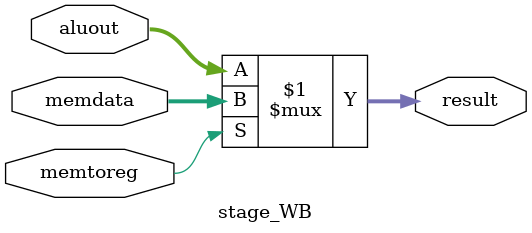
<source format=v>
module stage_WB(
    input memtoreg,
    input [31:0] aluout,
    input [31:0] memdata,
    output [31:0] result
);

    assign result = memtoreg ? memdata : aluout;

endmodule

</source>
